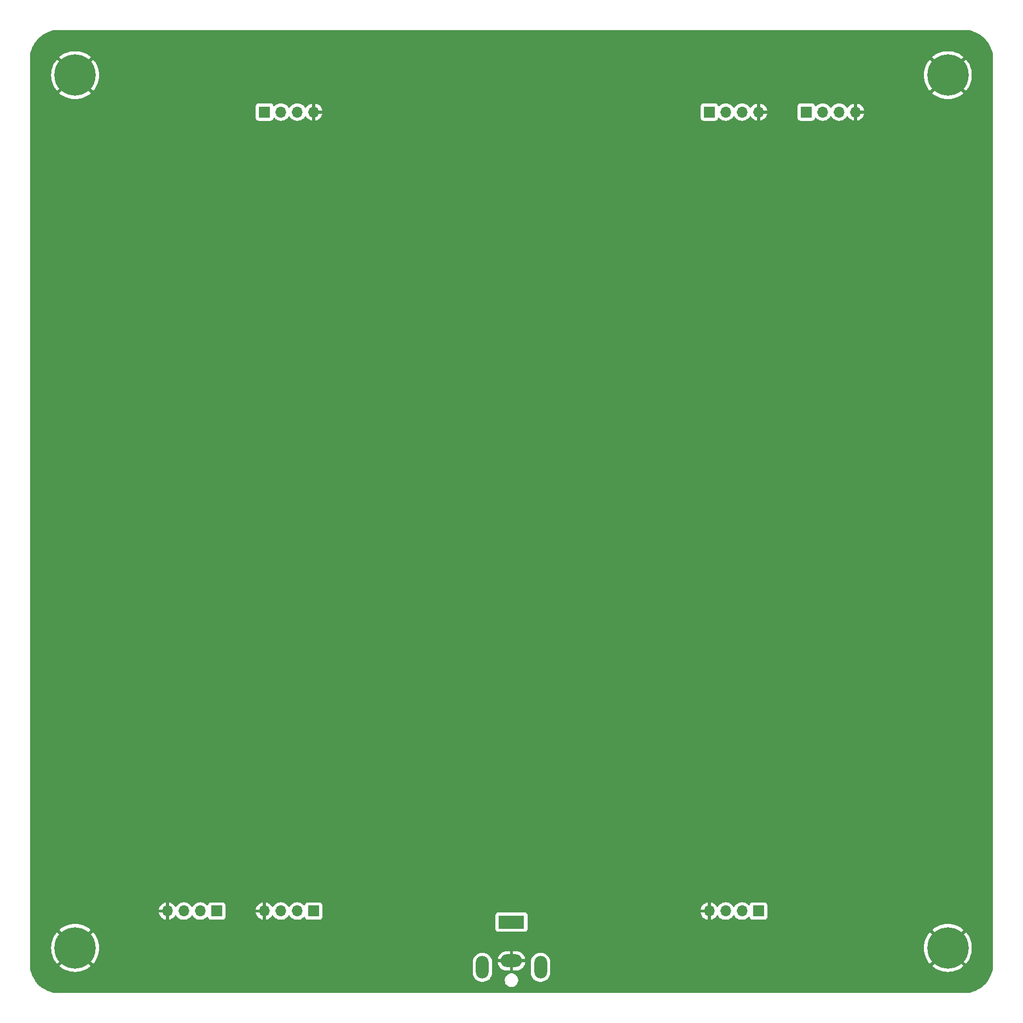
<source format=gbl>
%TF.GenerationSoftware,KiCad,Pcbnew,8.0.1*%
%TF.CreationDate,2024-03-21T17:04:44-07:00*%
%TF.ProjectId,fan-controller,66616e2d-636f-46e7-9472-6f6c6c65722e,rev?*%
%TF.SameCoordinates,Original*%
%TF.FileFunction,Copper,L2,Bot*%
%TF.FilePolarity,Positive*%
%FSLAX46Y46*%
G04 Gerber Fmt 4.6, Leading zero omitted, Abs format (unit mm)*
G04 Created by KiCad (PCBNEW 8.0.1) date 2024-03-21 17:04:44*
%MOMM*%
%LPD*%
G01*
G04 APERTURE LIST*
%TA.AperFunction,ComponentPad*%
%ADD10R,1.700000X1.700000*%
%TD*%
%TA.AperFunction,ComponentPad*%
%ADD11O,1.700000X1.700000*%
%TD*%
%TA.AperFunction,ComponentPad*%
%ADD12C,6.400000*%
%TD*%
%TA.AperFunction,ComponentPad*%
%ADD13O,2.000000X3.500000*%
%TD*%
%TA.AperFunction,ComponentPad*%
%ADD14O,3.300000X2.000000*%
%TD*%
%TA.AperFunction,ComponentPad*%
%ADD15R,4.000000X2.000000*%
%TD*%
G04 APERTURE END LIST*
D10*
%TO.P,J5,1,Pin_1*%
%TO.N,unconnected-(J5-Pin_1-Pad1)*%
X230600000Y-88200000D03*
D11*
%TO.P,J5,2,Pin_2*%
%TO.N,unconnected-(J5-Pin_2-Pad2)*%
X233140000Y-88200000D03*
%TO.P,J5,3,Pin_3*%
%TO.N,+12V*%
X235680000Y-88200000D03*
%TO.P,J5,4,Pin_4*%
%TO.N,GND*%
X238220000Y-88200000D03*
%TD*%
D10*
%TO.P,J6,1,Pin_1*%
%TO.N,unconnected-(J6-Pin_1-Pad1)*%
X161800000Y-88200000D03*
D11*
%TO.P,J6,2,Pin_2*%
%TO.N,unconnected-(J6-Pin_2-Pad2)*%
X164340000Y-88200000D03*
%TO.P,J6,3,Pin_3*%
%TO.N,+12V*%
X166880000Y-88200000D03*
%TO.P,J6,4,Pin_4*%
%TO.N,GND*%
X169420000Y-88200000D03*
%TD*%
D12*
%TO.P,H1,1,1*%
%TO.N,GND*%
X132500000Y-82500000D03*
%TD*%
D13*
%TO.P,J7,MP,MountPin*%
%TO.N,unconnected-(J7-MountPin-PadMP)_0*%
X204500000Y-220500000D03*
%TO.N,unconnected-(J7-MountPin-PadMP)*%
X195500000Y-220500000D03*
D14*
%TO.P,J7,2*%
%TO.N,GND*%
X200000000Y-219500000D03*
D15*
%TO.P,J7,1*%
%TO.N,+12V*%
X200000000Y-213500000D03*
%TD*%
D12*
%TO.P,H3,1,1*%
%TO.N,GND*%
X132500000Y-217500000D03*
%TD*%
D10*
%TO.P,J4,1,Pin_1*%
%TO.N,unconnected-(J4-Pin_1-Pad1)*%
X245600000Y-88200000D03*
D11*
%TO.P,J4,2,Pin_2*%
%TO.N,unconnected-(J4-Pin_2-Pad2)*%
X248140000Y-88200000D03*
%TO.P,J4,3,Pin_3*%
%TO.N,+12V*%
X250680000Y-88200000D03*
%TO.P,J4,4,Pin_4*%
%TO.N,GND*%
X253220000Y-88200000D03*
%TD*%
D12*
%TO.P,H2,1,1*%
%TO.N,GND*%
X267500000Y-82500000D03*
%TD*%
D10*
%TO.P,J1,1,Pin_1*%
%TO.N,unconnected-(J1-Pin_1-Pad1)*%
X154400000Y-211800000D03*
D11*
%TO.P,J1,2,Pin_2*%
%TO.N,unconnected-(J1-Pin_2-Pad2)*%
X151860000Y-211800000D03*
%TO.P,J1,3,Pin_3*%
%TO.N,+12V*%
X149320000Y-211800000D03*
%TO.P,J1,4,Pin_4*%
%TO.N,GND*%
X146780000Y-211800000D03*
%TD*%
D10*
%TO.P,J3,1,Pin_1*%
%TO.N,unconnected-(J3-Pin_1-Pad1)*%
X238200000Y-211800000D03*
D11*
%TO.P,J3,2,Pin_2*%
%TO.N,unconnected-(J3-Pin_2-Pad2)*%
X235660000Y-211800000D03*
%TO.P,J3,3,Pin_3*%
%TO.N,+12V*%
X233120000Y-211800000D03*
%TO.P,J3,4,Pin_4*%
%TO.N,GND*%
X230580000Y-211800000D03*
%TD*%
D12*
%TO.P,H4,1,1*%
%TO.N,GND*%
X267500000Y-217500000D03*
%TD*%
D10*
%TO.P,J2,1,Pin_1*%
%TO.N,unconnected-(J2-Pin_1-Pad1)*%
X169400000Y-211800000D03*
D11*
%TO.P,J2,2,Pin_2*%
%TO.N,unconnected-(J2-Pin_2-Pad2)*%
X166860000Y-211800000D03*
%TO.P,J2,3,Pin_3*%
%TO.N,+12V*%
X164320000Y-211800000D03*
%TO.P,J2,4,Pin_4*%
%TO.N,GND*%
X161780000Y-211800000D03*
%TD*%
%TA.AperFunction,Conductor*%
%TO.N,GND*%
G36*
X270002702Y-75500617D02*
G01*
X270386771Y-75517386D01*
X270397506Y-75518326D01*
X270775971Y-75568152D01*
X270786597Y-75570025D01*
X271159284Y-75652648D01*
X271169710Y-75655442D01*
X271533765Y-75770227D01*
X271543911Y-75773920D01*
X271896578Y-75920000D01*
X271906369Y-75924566D01*
X272244942Y-76100816D01*
X272254310Y-76106224D01*
X272576244Y-76311318D01*
X272585105Y-76317523D01*
X272887930Y-76549889D01*
X272896217Y-76556843D01*
X273177635Y-76814715D01*
X273185284Y-76822364D01*
X273443156Y-77103782D01*
X273450110Y-77112069D01*
X273682476Y-77414894D01*
X273688681Y-77423755D01*
X273893775Y-77745689D01*
X273899183Y-77755057D01*
X274075430Y-78093623D01*
X274080002Y-78103427D01*
X274226075Y-78456078D01*
X274229775Y-78466244D01*
X274344554Y-78830278D01*
X274347354Y-78840727D01*
X274429971Y-79213389D01*
X274431849Y-79224042D01*
X274481671Y-79602473D01*
X274482614Y-79613249D01*
X274499382Y-79997297D01*
X274499500Y-80002706D01*
X274499500Y-219997293D01*
X274499382Y-220002702D01*
X274482614Y-220386750D01*
X274481671Y-220397526D01*
X274431849Y-220775957D01*
X274429971Y-220786610D01*
X274347354Y-221159272D01*
X274344554Y-221169721D01*
X274229775Y-221533755D01*
X274226075Y-221543921D01*
X274080002Y-221896572D01*
X274075430Y-221906376D01*
X273899183Y-222244942D01*
X273893775Y-222254310D01*
X273688681Y-222576244D01*
X273682476Y-222585105D01*
X273450110Y-222887930D01*
X273443156Y-222896217D01*
X273185284Y-223177635D01*
X273177635Y-223185284D01*
X272896217Y-223443156D01*
X272887930Y-223450110D01*
X272585105Y-223682476D01*
X272576244Y-223688681D01*
X272254310Y-223893775D01*
X272244942Y-223899183D01*
X271906376Y-224075430D01*
X271896572Y-224080002D01*
X271543921Y-224226075D01*
X271533755Y-224229775D01*
X271169721Y-224344554D01*
X271159272Y-224347354D01*
X270786610Y-224429971D01*
X270775957Y-224431849D01*
X270397526Y-224481671D01*
X270386750Y-224482614D01*
X270002703Y-224499382D01*
X269997294Y-224499500D01*
X130002706Y-224499500D01*
X129997297Y-224499382D01*
X129613249Y-224482614D01*
X129602473Y-224481671D01*
X129224042Y-224431849D01*
X129213389Y-224429971D01*
X128840727Y-224347354D01*
X128830278Y-224344554D01*
X128466244Y-224229775D01*
X128456078Y-224226075D01*
X128103427Y-224080002D01*
X128093623Y-224075430D01*
X127755057Y-223899183D01*
X127745689Y-223893775D01*
X127423755Y-223688681D01*
X127414894Y-223682476D01*
X127112069Y-223450110D01*
X127103782Y-223443156D01*
X126822364Y-223185284D01*
X126814715Y-223177635D01*
X126556843Y-222896217D01*
X126549889Y-222887930D01*
X126317523Y-222585105D01*
X126311318Y-222576244D01*
X126283986Y-222533342D01*
X126106223Y-222254309D01*
X126100816Y-222244942D01*
X125924566Y-221906369D01*
X125919997Y-221896572D01*
X125892564Y-221830342D01*
X125773920Y-221543911D01*
X125770224Y-221533755D01*
X125717993Y-221368097D01*
X193999500Y-221368097D01*
X194036446Y-221601368D01*
X194109433Y-221825996D01*
X194198697Y-222001185D01*
X194216657Y-222036433D01*
X194355483Y-222227510D01*
X194522490Y-222394517D01*
X194713567Y-222533343D01*
X194797765Y-222576244D01*
X194924003Y-222640566D01*
X194924005Y-222640566D01*
X194924008Y-222640568D01*
X195044412Y-222679689D01*
X195148631Y-222713553D01*
X195381903Y-222750500D01*
X195381908Y-222750500D01*
X195618097Y-222750500D01*
X195851368Y-222713553D01*
X196075992Y-222640568D01*
X196148803Y-222603469D01*
X198949500Y-222603469D01*
X198989868Y-222806412D01*
X198989870Y-222806420D01*
X199069058Y-222997596D01*
X199184024Y-223169657D01*
X199330342Y-223315975D01*
X199330345Y-223315977D01*
X199502402Y-223430941D01*
X199693580Y-223510130D01*
X199896530Y-223550499D01*
X199896534Y-223550500D01*
X199896535Y-223550500D01*
X200103466Y-223550500D01*
X200103467Y-223550499D01*
X200306420Y-223510130D01*
X200497598Y-223430941D01*
X200669655Y-223315977D01*
X200815977Y-223169655D01*
X200930941Y-222997598D01*
X201010130Y-222806420D01*
X201050500Y-222603465D01*
X201050500Y-222396535D01*
X201010130Y-222193580D01*
X200930941Y-222002402D01*
X200815977Y-221830345D01*
X200815975Y-221830342D01*
X200669657Y-221684024D01*
X200500254Y-221570834D01*
X200497598Y-221569059D01*
X200424836Y-221538920D01*
X200306420Y-221489870D01*
X200306412Y-221489868D01*
X200103469Y-221449500D01*
X200103465Y-221449500D01*
X199896535Y-221449500D01*
X199896530Y-221449500D01*
X199693587Y-221489868D01*
X199693579Y-221489870D01*
X199502403Y-221569058D01*
X199330342Y-221684024D01*
X199184024Y-221830342D01*
X199069058Y-222002403D01*
X198989870Y-222193579D01*
X198989868Y-222193587D01*
X198949500Y-222396530D01*
X198949500Y-222603469D01*
X196148803Y-222603469D01*
X196286433Y-222533343D01*
X196477510Y-222394517D01*
X196644517Y-222227510D01*
X196783343Y-222036433D01*
X196890568Y-221825992D01*
X196963553Y-221601368D01*
X196974262Y-221533755D01*
X197000500Y-221368097D01*
X202999500Y-221368097D01*
X203036446Y-221601368D01*
X203109433Y-221825996D01*
X203198697Y-222001185D01*
X203216657Y-222036433D01*
X203355483Y-222227510D01*
X203522490Y-222394517D01*
X203713567Y-222533343D01*
X203797765Y-222576244D01*
X203924003Y-222640566D01*
X203924005Y-222640566D01*
X203924008Y-222640568D01*
X204044412Y-222679689D01*
X204148631Y-222713553D01*
X204381903Y-222750500D01*
X204381908Y-222750500D01*
X204618097Y-222750500D01*
X204851368Y-222713553D01*
X205075992Y-222640568D01*
X205286433Y-222533343D01*
X205477510Y-222394517D01*
X205644517Y-222227510D01*
X205783343Y-222036433D01*
X205890568Y-221825992D01*
X205963553Y-221601368D01*
X205974262Y-221533755D01*
X206000500Y-221368097D01*
X206000500Y-219631902D01*
X205963553Y-219398631D01*
X205915259Y-219250000D01*
X205890568Y-219174008D01*
X205890566Y-219174005D01*
X205890566Y-219174003D01*
X205832785Y-219060603D01*
X205783343Y-218963567D01*
X205644517Y-218772490D01*
X205477510Y-218605483D01*
X205286433Y-218466657D01*
X205075996Y-218359433D01*
X204851368Y-218286446D01*
X204618097Y-218249500D01*
X204618092Y-218249500D01*
X204381908Y-218249500D01*
X204381903Y-218249500D01*
X204148631Y-218286446D01*
X203924003Y-218359433D01*
X203713566Y-218466657D01*
X203636275Y-218522813D01*
X203522490Y-218605483D01*
X203522488Y-218605485D01*
X203522487Y-218605485D01*
X203355485Y-218772487D01*
X203355485Y-218772488D01*
X203355483Y-218772490D01*
X203295862Y-218854550D01*
X203216657Y-218963566D01*
X203109433Y-219174003D01*
X203036446Y-219398631D01*
X202999500Y-219631902D01*
X202999500Y-221368097D01*
X197000500Y-221368097D01*
X197000500Y-219750000D01*
X197870898Y-219750000D01*
X197886934Y-219851247D01*
X197959897Y-220075802D01*
X198067085Y-220286171D01*
X198205866Y-220477186D01*
X198372813Y-220644133D01*
X198563828Y-220782914D01*
X198774197Y-220890102D01*
X198998752Y-220963065D01*
X198998751Y-220963065D01*
X199231948Y-221000000D01*
X199750000Y-221000000D01*
X199750000Y-220000000D01*
X200250000Y-220000000D01*
X200250000Y-221000000D01*
X200768052Y-221000000D01*
X201001247Y-220963065D01*
X201225802Y-220890102D01*
X201436171Y-220782914D01*
X201627186Y-220644133D01*
X201794133Y-220477186D01*
X201932914Y-220286171D01*
X202040102Y-220075802D01*
X202113065Y-219851247D01*
X202129102Y-219750000D01*
X201083012Y-219750000D01*
X201115925Y-219692993D01*
X201150000Y-219565826D01*
X201150000Y-219434174D01*
X201115925Y-219307007D01*
X201083012Y-219250000D01*
X202129102Y-219250000D01*
X202113065Y-219148752D01*
X202040102Y-218924197D01*
X201932914Y-218713828D01*
X201794133Y-218522813D01*
X201627186Y-218355866D01*
X201436171Y-218217085D01*
X201225802Y-218109897D01*
X201001247Y-218036934D01*
X201001248Y-218036934D01*
X200768052Y-218000000D01*
X200250000Y-218000000D01*
X200250000Y-219000000D01*
X199750000Y-219000000D01*
X199750000Y-218000000D01*
X199231948Y-218000000D01*
X198998752Y-218036934D01*
X198774197Y-218109897D01*
X198563828Y-218217085D01*
X198372813Y-218355866D01*
X198205866Y-218522813D01*
X198067085Y-218713828D01*
X197959897Y-218924197D01*
X197886934Y-219148752D01*
X197870898Y-219250000D01*
X198916988Y-219250000D01*
X198884075Y-219307007D01*
X198850000Y-219434174D01*
X198850000Y-219565826D01*
X198884075Y-219692993D01*
X198916988Y-219750000D01*
X197870898Y-219750000D01*
X197000500Y-219750000D01*
X197000500Y-219631902D01*
X196963553Y-219398631D01*
X196915259Y-219250000D01*
X196890568Y-219174008D01*
X196890566Y-219174005D01*
X196890566Y-219174003D01*
X196832785Y-219060603D01*
X196783343Y-218963567D01*
X196644517Y-218772490D01*
X196477510Y-218605483D01*
X196286433Y-218466657D01*
X196075996Y-218359433D01*
X195851368Y-218286446D01*
X195618097Y-218249500D01*
X195618092Y-218249500D01*
X195381908Y-218249500D01*
X195381903Y-218249500D01*
X195148631Y-218286446D01*
X194924003Y-218359433D01*
X194713566Y-218466657D01*
X194636275Y-218522813D01*
X194522490Y-218605483D01*
X194522488Y-218605485D01*
X194522487Y-218605485D01*
X194355485Y-218772487D01*
X194355485Y-218772488D01*
X194355483Y-218772490D01*
X194295862Y-218854550D01*
X194216657Y-218963566D01*
X194109433Y-219174003D01*
X194036446Y-219398631D01*
X193999500Y-219631902D01*
X193999500Y-221368097D01*
X125717993Y-221368097D01*
X125655442Y-221169710D01*
X125652648Y-221159284D01*
X125570025Y-220786597D01*
X125568152Y-220775971D01*
X125518326Y-220397506D01*
X125517386Y-220386771D01*
X125500618Y-220002702D01*
X125500500Y-219997293D01*
X125500500Y-217500000D01*
X128794922Y-217500000D01*
X128815219Y-217887287D01*
X128875886Y-218270323D01*
X128875887Y-218270330D01*
X128976262Y-218644936D01*
X129115244Y-219006994D01*
X129291310Y-219352543D01*
X129502531Y-219677793D01*
X129711095Y-219935350D01*
X129711096Y-219935350D01*
X131205748Y-218440698D01*
X131279588Y-218542330D01*
X131457670Y-218720412D01*
X131559300Y-218794251D01*
X130064648Y-220288903D01*
X130064649Y-220288904D01*
X130322206Y-220497468D01*
X130647456Y-220708689D01*
X130993005Y-220884755D01*
X131355063Y-221023737D01*
X131729669Y-221124112D01*
X131729676Y-221124113D01*
X132112712Y-221184780D01*
X132499999Y-221205078D01*
X132500001Y-221205078D01*
X132887287Y-221184780D01*
X133270323Y-221124113D01*
X133270330Y-221124112D01*
X133644936Y-221023737D01*
X134006994Y-220884755D01*
X134352543Y-220708689D01*
X134677783Y-220497476D01*
X134677785Y-220497475D01*
X134935349Y-220288902D01*
X133440698Y-218794251D01*
X133542330Y-218720412D01*
X133720412Y-218542330D01*
X133794251Y-218440698D01*
X135288902Y-219935349D01*
X135497475Y-219677785D01*
X135497476Y-219677783D01*
X135708689Y-219352543D01*
X135884755Y-219006994D01*
X136023737Y-218644936D01*
X136124112Y-218270330D01*
X136124113Y-218270323D01*
X136184780Y-217887287D01*
X136205078Y-217500000D01*
X263794922Y-217500000D01*
X263815219Y-217887287D01*
X263875886Y-218270323D01*
X263875887Y-218270330D01*
X263976262Y-218644936D01*
X264115244Y-219006994D01*
X264291310Y-219352543D01*
X264502531Y-219677793D01*
X264711095Y-219935350D01*
X264711096Y-219935350D01*
X266205748Y-218440698D01*
X266279588Y-218542330D01*
X266457670Y-218720412D01*
X266559300Y-218794251D01*
X265064648Y-220288903D01*
X265064649Y-220288904D01*
X265322206Y-220497468D01*
X265647456Y-220708689D01*
X265993005Y-220884755D01*
X266355063Y-221023737D01*
X266729669Y-221124112D01*
X266729676Y-221124113D01*
X267112712Y-221184780D01*
X267499999Y-221205078D01*
X267500001Y-221205078D01*
X267887287Y-221184780D01*
X268270323Y-221124113D01*
X268270330Y-221124112D01*
X268644936Y-221023737D01*
X269006994Y-220884755D01*
X269352543Y-220708689D01*
X269677783Y-220497476D01*
X269677785Y-220497475D01*
X269935349Y-220288902D01*
X268440698Y-218794251D01*
X268542330Y-218720412D01*
X268720412Y-218542330D01*
X268794251Y-218440698D01*
X270288902Y-219935349D01*
X270497475Y-219677785D01*
X270497476Y-219677783D01*
X270708689Y-219352543D01*
X270884755Y-219006994D01*
X271023737Y-218644936D01*
X271124112Y-218270330D01*
X271124113Y-218270323D01*
X271184780Y-217887287D01*
X271205078Y-217500000D01*
X271205078Y-217499999D01*
X271184780Y-217112712D01*
X271124113Y-216729676D01*
X271124112Y-216729669D01*
X271023737Y-216355063D01*
X270884755Y-215993005D01*
X270708689Y-215647456D01*
X270497468Y-215322206D01*
X270288904Y-215064649D01*
X270288903Y-215064648D01*
X268794251Y-216559300D01*
X268720412Y-216457670D01*
X268542330Y-216279588D01*
X268440698Y-216205748D01*
X269935350Y-214711096D01*
X269935350Y-214711095D01*
X269677793Y-214502531D01*
X269352543Y-214291310D01*
X269006994Y-214115244D01*
X268644936Y-213976262D01*
X268270330Y-213875887D01*
X268270323Y-213875886D01*
X267887287Y-213815219D01*
X267500001Y-213794922D01*
X267499999Y-213794922D01*
X267112712Y-213815219D01*
X266729676Y-213875886D01*
X266729669Y-213875887D01*
X266355063Y-213976262D01*
X265993005Y-214115244D01*
X265647456Y-214291310D01*
X265322206Y-214502531D01*
X265064648Y-214711095D01*
X265064648Y-214711096D01*
X266559301Y-216205748D01*
X266457670Y-216279588D01*
X266279588Y-216457670D01*
X266205748Y-216559300D01*
X264711096Y-215064648D01*
X264711095Y-215064648D01*
X264502531Y-215322206D01*
X264291310Y-215647456D01*
X264115244Y-215993005D01*
X263976262Y-216355063D01*
X263875887Y-216729669D01*
X263875886Y-216729676D01*
X263815219Y-217112712D01*
X263794922Y-217499999D01*
X263794922Y-217500000D01*
X136205078Y-217500000D01*
X136205078Y-217499999D01*
X136184780Y-217112712D01*
X136124113Y-216729676D01*
X136124112Y-216729669D01*
X136023737Y-216355063D01*
X135884755Y-215993005D01*
X135708689Y-215647456D01*
X135497468Y-215322206D01*
X135288904Y-215064649D01*
X135288903Y-215064648D01*
X133794251Y-216559300D01*
X133720412Y-216457670D01*
X133542330Y-216279588D01*
X133440698Y-216205748D01*
X134935350Y-214711096D01*
X134935350Y-214711095D01*
X134733782Y-214547870D01*
X197499500Y-214547870D01*
X197499501Y-214547876D01*
X197505908Y-214607483D01*
X197556202Y-214742328D01*
X197556206Y-214742335D01*
X197642452Y-214857544D01*
X197642455Y-214857547D01*
X197757664Y-214943793D01*
X197757671Y-214943797D01*
X197892517Y-214994091D01*
X197892516Y-214994091D01*
X197899444Y-214994835D01*
X197952127Y-215000500D01*
X202047872Y-215000499D01*
X202107483Y-214994091D01*
X202242331Y-214943796D01*
X202357546Y-214857546D01*
X202443796Y-214742331D01*
X202494091Y-214607483D01*
X202500500Y-214547873D01*
X202500499Y-212452128D01*
X202494091Y-212392517D01*
X202459584Y-212300000D01*
X202443797Y-212257671D01*
X202443793Y-212257664D01*
X202357547Y-212142455D01*
X202357544Y-212142452D01*
X202242335Y-212056206D01*
X202242328Y-212056202D01*
X202225699Y-212050000D01*
X229249364Y-212050000D01*
X229306567Y-212263486D01*
X229306570Y-212263492D01*
X229406399Y-212477578D01*
X229541894Y-212671082D01*
X229708917Y-212838105D01*
X229902421Y-212973600D01*
X230116507Y-213073429D01*
X230116516Y-213073433D01*
X230330000Y-213130634D01*
X230330000Y-212233012D01*
X230387007Y-212265925D01*
X230514174Y-212300000D01*
X230645826Y-212300000D01*
X230772993Y-212265925D01*
X230830000Y-212233012D01*
X230830000Y-213130634D01*
X231043483Y-213073433D01*
X231043492Y-213073429D01*
X231257578Y-212973600D01*
X231451082Y-212838105D01*
X231618105Y-212671082D01*
X231748119Y-212485405D01*
X231802696Y-212441781D01*
X231872195Y-212434588D01*
X231934549Y-212466110D01*
X231951269Y-212485405D01*
X232081505Y-212671401D01*
X232248599Y-212838495D01*
X232345384Y-212906265D01*
X232442165Y-212974032D01*
X232442167Y-212974033D01*
X232442170Y-212974035D01*
X232656337Y-213073903D01*
X232884592Y-213135063D01*
X233061034Y-213150500D01*
X233119999Y-213155659D01*
X233120000Y-213155659D01*
X233120001Y-213155659D01*
X233178966Y-213150500D01*
X233355408Y-213135063D01*
X233583663Y-213073903D01*
X233797830Y-212974035D01*
X233991401Y-212838495D01*
X234158495Y-212671401D01*
X234288425Y-212485842D01*
X234343002Y-212442217D01*
X234412500Y-212435023D01*
X234474855Y-212466546D01*
X234491575Y-212485842D01*
X234621281Y-212671082D01*
X234621505Y-212671401D01*
X234788599Y-212838495D01*
X234885384Y-212906265D01*
X234982165Y-212974032D01*
X234982167Y-212974033D01*
X234982170Y-212974035D01*
X235196337Y-213073903D01*
X235424592Y-213135063D01*
X235601034Y-213150500D01*
X235659999Y-213155659D01*
X235660000Y-213155659D01*
X235660001Y-213155659D01*
X235718966Y-213150500D01*
X235895408Y-213135063D01*
X236123663Y-213073903D01*
X236337830Y-212974035D01*
X236531401Y-212838495D01*
X236653329Y-212716566D01*
X236714648Y-212683084D01*
X236784340Y-212688068D01*
X236840274Y-212729939D01*
X236857189Y-212760917D01*
X236906202Y-212892328D01*
X236906206Y-212892335D01*
X236992452Y-213007544D01*
X236992455Y-213007547D01*
X237107664Y-213093793D01*
X237107671Y-213093797D01*
X237242517Y-213144091D01*
X237242516Y-213144091D01*
X237249444Y-213144835D01*
X237302127Y-213150500D01*
X239097872Y-213150499D01*
X239157483Y-213144091D01*
X239292331Y-213093796D01*
X239407546Y-213007546D01*
X239493796Y-212892331D01*
X239544091Y-212757483D01*
X239550500Y-212697873D01*
X239550499Y-210902128D01*
X239544091Y-210842517D01*
X239542810Y-210839083D01*
X239493797Y-210707671D01*
X239493793Y-210707664D01*
X239407547Y-210592455D01*
X239407544Y-210592452D01*
X239292335Y-210506206D01*
X239292328Y-210506202D01*
X239157482Y-210455908D01*
X239157483Y-210455908D01*
X239097883Y-210449501D01*
X239097881Y-210449500D01*
X239097873Y-210449500D01*
X239097864Y-210449500D01*
X237302129Y-210449500D01*
X237302123Y-210449501D01*
X237242516Y-210455908D01*
X237107671Y-210506202D01*
X237107664Y-210506206D01*
X236992455Y-210592452D01*
X236992452Y-210592455D01*
X236906206Y-210707664D01*
X236906203Y-210707669D01*
X236857189Y-210839083D01*
X236815317Y-210895016D01*
X236749853Y-210919433D01*
X236681580Y-210904581D01*
X236653326Y-210883430D01*
X236531402Y-210761506D01*
X236531395Y-210761501D01*
X236337834Y-210625967D01*
X236337830Y-210625965D01*
X236337828Y-210625964D01*
X236123663Y-210526097D01*
X236123659Y-210526096D01*
X236123655Y-210526094D01*
X235895413Y-210464938D01*
X235895403Y-210464936D01*
X235660001Y-210444341D01*
X235659999Y-210444341D01*
X235424596Y-210464936D01*
X235424586Y-210464938D01*
X235196344Y-210526094D01*
X235196335Y-210526098D01*
X234982171Y-210625964D01*
X234982169Y-210625965D01*
X234788597Y-210761505D01*
X234621505Y-210928597D01*
X234491575Y-211114158D01*
X234436998Y-211157783D01*
X234367500Y-211164977D01*
X234305145Y-211133454D01*
X234288425Y-211114158D01*
X234158494Y-210928597D01*
X233991402Y-210761506D01*
X233991395Y-210761501D01*
X233797834Y-210625967D01*
X233797830Y-210625965D01*
X233797828Y-210625964D01*
X233583663Y-210526097D01*
X233583659Y-210526096D01*
X233583655Y-210526094D01*
X233355413Y-210464938D01*
X233355403Y-210464936D01*
X233120001Y-210444341D01*
X233119999Y-210444341D01*
X232884596Y-210464936D01*
X232884586Y-210464938D01*
X232656344Y-210526094D01*
X232656335Y-210526098D01*
X232442171Y-210625964D01*
X232442169Y-210625965D01*
X232248597Y-210761505D01*
X232081508Y-210928594D01*
X231951269Y-211114595D01*
X231896692Y-211158219D01*
X231827193Y-211165412D01*
X231764839Y-211133890D01*
X231748119Y-211114594D01*
X231618113Y-210928926D01*
X231618108Y-210928920D01*
X231451082Y-210761894D01*
X231257578Y-210626399D01*
X231043492Y-210526570D01*
X231043486Y-210526567D01*
X230830000Y-210469364D01*
X230830000Y-211366988D01*
X230772993Y-211334075D01*
X230645826Y-211300000D01*
X230514174Y-211300000D01*
X230387007Y-211334075D01*
X230330000Y-211366988D01*
X230330000Y-210469364D01*
X230329999Y-210469364D01*
X230116513Y-210526567D01*
X230116507Y-210526570D01*
X229902422Y-210626399D01*
X229902420Y-210626400D01*
X229708926Y-210761886D01*
X229708920Y-210761891D01*
X229541891Y-210928920D01*
X229541886Y-210928926D01*
X229406400Y-211122420D01*
X229406399Y-211122422D01*
X229306570Y-211336507D01*
X229306567Y-211336513D01*
X229249364Y-211549999D01*
X229249364Y-211550000D01*
X230146988Y-211550000D01*
X230114075Y-211607007D01*
X230080000Y-211734174D01*
X230080000Y-211865826D01*
X230114075Y-211992993D01*
X230146988Y-212050000D01*
X229249364Y-212050000D01*
X202225699Y-212050000D01*
X202107482Y-212005908D01*
X202107483Y-212005908D01*
X202047883Y-211999501D01*
X202047881Y-211999500D01*
X202047873Y-211999500D01*
X202047864Y-211999500D01*
X197952129Y-211999500D01*
X197952123Y-211999501D01*
X197892516Y-212005908D01*
X197757671Y-212056202D01*
X197757664Y-212056206D01*
X197642455Y-212142452D01*
X197642452Y-212142455D01*
X197556206Y-212257664D01*
X197556202Y-212257671D01*
X197505908Y-212392517D01*
X197501339Y-212435023D01*
X197499501Y-212452123D01*
X197499500Y-212452135D01*
X197499500Y-214547870D01*
X134733782Y-214547870D01*
X134677793Y-214502531D01*
X134352543Y-214291310D01*
X134006994Y-214115244D01*
X133644936Y-213976262D01*
X133270330Y-213875887D01*
X133270323Y-213875886D01*
X132887287Y-213815219D01*
X132500001Y-213794922D01*
X132499999Y-213794922D01*
X132112712Y-213815219D01*
X131729676Y-213875886D01*
X131729669Y-213875887D01*
X131355063Y-213976262D01*
X130993005Y-214115244D01*
X130647456Y-214291310D01*
X130322206Y-214502531D01*
X130064648Y-214711095D01*
X130064648Y-214711096D01*
X131559301Y-216205748D01*
X131457670Y-216279588D01*
X131279588Y-216457670D01*
X131205748Y-216559300D01*
X129711096Y-215064648D01*
X129711095Y-215064648D01*
X129502531Y-215322206D01*
X129291310Y-215647456D01*
X129115244Y-215993005D01*
X128976262Y-216355063D01*
X128875887Y-216729669D01*
X128875886Y-216729676D01*
X128815219Y-217112712D01*
X128794922Y-217499999D01*
X128794922Y-217500000D01*
X125500500Y-217500000D01*
X125500500Y-212050000D01*
X145449364Y-212050000D01*
X145506567Y-212263486D01*
X145506570Y-212263492D01*
X145606399Y-212477578D01*
X145741894Y-212671082D01*
X145908917Y-212838105D01*
X146102421Y-212973600D01*
X146316507Y-213073429D01*
X146316516Y-213073433D01*
X146530000Y-213130634D01*
X146530000Y-212233012D01*
X146587007Y-212265925D01*
X146714174Y-212300000D01*
X146845826Y-212300000D01*
X146972993Y-212265925D01*
X147030000Y-212233012D01*
X147030000Y-213130633D01*
X147243483Y-213073433D01*
X147243492Y-213073429D01*
X147457578Y-212973600D01*
X147651082Y-212838105D01*
X147818105Y-212671082D01*
X147948119Y-212485405D01*
X148002696Y-212441781D01*
X148072195Y-212434588D01*
X148134549Y-212466110D01*
X148151269Y-212485405D01*
X148281505Y-212671401D01*
X148448599Y-212838495D01*
X148545384Y-212906265D01*
X148642165Y-212974032D01*
X148642167Y-212974033D01*
X148642170Y-212974035D01*
X148856337Y-213073903D01*
X149084592Y-213135063D01*
X149261034Y-213150500D01*
X149319999Y-213155659D01*
X149320000Y-213155659D01*
X149320001Y-213155659D01*
X149378966Y-213150500D01*
X149555408Y-213135063D01*
X149783663Y-213073903D01*
X149997830Y-212974035D01*
X150191401Y-212838495D01*
X150358495Y-212671401D01*
X150488425Y-212485842D01*
X150543002Y-212442217D01*
X150612500Y-212435023D01*
X150674855Y-212466546D01*
X150691575Y-212485842D01*
X150821281Y-212671082D01*
X150821505Y-212671401D01*
X150988599Y-212838495D01*
X151085384Y-212906265D01*
X151182165Y-212974032D01*
X151182167Y-212974033D01*
X151182170Y-212974035D01*
X151396337Y-213073903D01*
X151624592Y-213135063D01*
X151801034Y-213150500D01*
X151859999Y-213155659D01*
X151860000Y-213155659D01*
X151860001Y-213155659D01*
X151918966Y-213150500D01*
X152095408Y-213135063D01*
X152323663Y-213073903D01*
X152537830Y-212974035D01*
X152731401Y-212838495D01*
X152853329Y-212716566D01*
X152914648Y-212683084D01*
X152984340Y-212688068D01*
X153040274Y-212729939D01*
X153057189Y-212760917D01*
X153106202Y-212892328D01*
X153106206Y-212892335D01*
X153192452Y-213007544D01*
X153192455Y-213007547D01*
X153307664Y-213093793D01*
X153307671Y-213093797D01*
X153442517Y-213144091D01*
X153442516Y-213144091D01*
X153449444Y-213144835D01*
X153502127Y-213150500D01*
X155297872Y-213150499D01*
X155357483Y-213144091D01*
X155492331Y-213093796D01*
X155607546Y-213007546D01*
X155693796Y-212892331D01*
X155744091Y-212757483D01*
X155750500Y-212697873D01*
X155750500Y-212050000D01*
X160449364Y-212050000D01*
X160506567Y-212263486D01*
X160506570Y-212263492D01*
X160606399Y-212477578D01*
X160741894Y-212671082D01*
X160908917Y-212838105D01*
X161102421Y-212973600D01*
X161316507Y-213073429D01*
X161316516Y-213073433D01*
X161530000Y-213130634D01*
X161530000Y-212233012D01*
X161587007Y-212265925D01*
X161714174Y-212300000D01*
X161845826Y-212300000D01*
X161972993Y-212265925D01*
X162030000Y-212233012D01*
X162030000Y-213130633D01*
X162243483Y-213073433D01*
X162243492Y-213073429D01*
X162457578Y-212973600D01*
X162651082Y-212838105D01*
X162818105Y-212671082D01*
X162948119Y-212485405D01*
X163002696Y-212441781D01*
X163072195Y-212434588D01*
X163134549Y-212466110D01*
X163151269Y-212485405D01*
X163281505Y-212671401D01*
X163448599Y-212838495D01*
X163545384Y-212906265D01*
X163642165Y-212974032D01*
X163642167Y-212974033D01*
X163642170Y-212974035D01*
X163856337Y-213073903D01*
X164084592Y-213135063D01*
X164261034Y-213150500D01*
X164319999Y-213155659D01*
X164320000Y-213155659D01*
X164320001Y-213155659D01*
X164378966Y-213150500D01*
X164555408Y-213135063D01*
X164783663Y-213073903D01*
X164997830Y-212974035D01*
X165191401Y-212838495D01*
X165358495Y-212671401D01*
X165488425Y-212485842D01*
X165543002Y-212442217D01*
X165612500Y-212435023D01*
X165674855Y-212466546D01*
X165691575Y-212485842D01*
X165821281Y-212671082D01*
X165821505Y-212671401D01*
X165988599Y-212838495D01*
X166085384Y-212906265D01*
X166182165Y-212974032D01*
X166182167Y-212974033D01*
X166182170Y-212974035D01*
X166396337Y-213073903D01*
X166624592Y-213135063D01*
X166801034Y-213150500D01*
X166859999Y-213155659D01*
X166860000Y-213155659D01*
X166860001Y-213155659D01*
X166918966Y-213150500D01*
X167095408Y-213135063D01*
X167323663Y-213073903D01*
X167537830Y-212974035D01*
X167731401Y-212838495D01*
X167853329Y-212716566D01*
X167914648Y-212683084D01*
X167984340Y-212688068D01*
X168040274Y-212729939D01*
X168057189Y-212760917D01*
X168106202Y-212892328D01*
X168106206Y-212892335D01*
X168192452Y-213007544D01*
X168192455Y-213007547D01*
X168307664Y-213093793D01*
X168307671Y-213093797D01*
X168442517Y-213144091D01*
X168442516Y-213144091D01*
X168449444Y-213144835D01*
X168502127Y-213150500D01*
X170297872Y-213150499D01*
X170357483Y-213144091D01*
X170492331Y-213093796D01*
X170607546Y-213007546D01*
X170693796Y-212892331D01*
X170744091Y-212757483D01*
X170750500Y-212697873D01*
X170750499Y-210902128D01*
X170744091Y-210842517D01*
X170742810Y-210839083D01*
X170693797Y-210707671D01*
X170693793Y-210707664D01*
X170607547Y-210592455D01*
X170607544Y-210592452D01*
X170492335Y-210506206D01*
X170492328Y-210506202D01*
X170357482Y-210455908D01*
X170357483Y-210455908D01*
X170297883Y-210449501D01*
X170297881Y-210449500D01*
X170297873Y-210449500D01*
X170297864Y-210449500D01*
X168502129Y-210449500D01*
X168502123Y-210449501D01*
X168442516Y-210455908D01*
X168307671Y-210506202D01*
X168307664Y-210506206D01*
X168192455Y-210592452D01*
X168192452Y-210592455D01*
X168106206Y-210707664D01*
X168106203Y-210707669D01*
X168057189Y-210839083D01*
X168015317Y-210895016D01*
X167949853Y-210919433D01*
X167881580Y-210904581D01*
X167853326Y-210883430D01*
X167731402Y-210761506D01*
X167731395Y-210761501D01*
X167537834Y-210625967D01*
X167537830Y-210625965D01*
X167537828Y-210625964D01*
X167323663Y-210526097D01*
X167323659Y-210526096D01*
X167323655Y-210526094D01*
X167095413Y-210464938D01*
X167095403Y-210464936D01*
X166860001Y-210444341D01*
X166859999Y-210444341D01*
X166624596Y-210464936D01*
X166624586Y-210464938D01*
X166396344Y-210526094D01*
X166396335Y-210526098D01*
X166182171Y-210625964D01*
X166182169Y-210625965D01*
X165988597Y-210761505D01*
X165821505Y-210928597D01*
X165691575Y-211114158D01*
X165636998Y-211157783D01*
X165567500Y-211164977D01*
X165505145Y-211133454D01*
X165488425Y-211114158D01*
X165358494Y-210928597D01*
X165191402Y-210761506D01*
X165191395Y-210761501D01*
X164997834Y-210625967D01*
X164997830Y-210625965D01*
X164997828Y-210625964D01*
X164783663Y-210526097D01*
X164783659Y-210526096D01*
X164783655Y-210526094D01*
X164555413Y-210464938D01*
X164555403Y-210464936D01*
X164320001Y-210444341D01*
X164319999Y-210444341D01*
X164084596Y-210464936D01*
X164084586Y-210464938D01*
X163856344Y-210526094D01*
X163856335Y-210526098D01*
X163642171Y-210625964D01*
X163642169Y-210625965D01*
X163448597Y-210761505D01*
X163281508Y-210928594D01*
X163151269Y-211114595D01*
X163096692Y-211158219D01*
X163027193Y-211165412D01*
X162964839Y-211133890D01*
X162948119Y-211114594D01*
X162818113Y-210928926D01*
X162818108Y-210928920D01*
X162651082Y-210761894D01*
X162457578Y-210626399D01*
X162243492Y-210526570D01*
X162243486Y-210526567D01*
X162030000Y-210469364D01*
X162030000Y-211366988D01*
X161972993Y-211334075D01*
X161845826Y-211300000D01*
X161714174Y-211300000D01*
X161587007Y-211334075D01*
X161530000Y-211366988D01*
X161530000Y-210469364D01*
X161529999Y-210469364D01*
X161316513Y-210526567D01*
X161316507Y-210526570D01*
X161102422Y-210626399D01*
X161102420Y-210626400D01*
X160908926Y-210761886D01*
X160908920Y-210761891D01*
X160741891Y-210928920D01*
X160741886Y-210928926D01*
X160606400Y-211122420D01*
X160606399Y-211122422D01*
X160506570Y-211336507D01*
X160506567Y-211336513D01*
X160449364Y-211549999D01*
X160449364Y-211550000D01*
X161346988Y-211550000D01*
X161314075Y-211607007D01*
X161280000Y-211734174D01*
X161280000Y-211865826D01*
X161314075Y-211992993D01*
X161346988Y-212050000D01*
X160449364Y-212050000D01*
X155750500Y-212050000D01*
X155750499Y-210902128D01*
X155744091Y-210842517D01*
X155742810Y-210839083D01*
X155693797Y-210707671D01*
X155693793Y-210707664D01*
X155607547Y-210592455D01*
X155607544Y-210592452D01*
X155492335Y-210506206D01*
X155492328Y-210506202D01*
X155357482Y-210455908D01*
X155357483Y-210455908D01*
X155297883Y-210449501D01*
X155297881Y-210449500D01*
X155297873Y-210449500D01*
X155297864Y-210449500D01*
X153502129Y-210449500D01*
X153502123Y-210449501D01*
X153442516Y-210455908D01*
X153307671Y-210506202D01*
X153307664Y-210506206D01*
X153192455Y-210592452D01*
X153192452Y-210592455D01*
X153106206Y-210707664D01*
X153106203Y-210707669D01*
X153057189Y-210839083D01*
X153015317Y-210895016D01*
X152949853Y-210919433D01*
X152881580Y-210904581D01*
X152853326Y-210883430D01*
X152731402Y-210761506D01*
X152731395Y-210761501D01*
X152537834Y-210625967D01*
X152537830Y-210625965D01*
X152537828Y-210625964D01*
X152323663Y-210526097D01*
X152323659Y-210526096D01*
X152323655Y-210526094D01*
X152095413Y-210464938D01*
X152095403Y-210464936D01*
X151860001Y-210444341D01*
X151859999Y-210444341D01*
X151624596Y-210464936D01*
X151624586Y-210464938D01*
X151396344Y-210526094D01*
X151396335Y-210526098D01*
X151182171Y-210625964D01*
X151182169Y-210625965D01*
X150988597Y-210761505D01*
X150821505Y-210928597D01*
X150691575Y-211114158D01*
X150636998Y-211157783D01*
X150567500Y-211164977D01*
X150505145Y-211133454D01*
X150488425Y-211114158D01*
X150358494Y-210928597D01*
X150191402Y-210761506D01*
X150191395Y-210761501D01*
X149997834Y-210625967D01*
X149997830Y-210625965D01*
X149997828Y-210625964D01*
X149783663Y-210526097D01*
X149783659Y-210526096D01*
X149783655Y-210526094D01*
X149555413Y-210464938D01*
X149555403Y-210464936D01*
X149320001Y-210444341D01*
X149319999Y-210444341D01*
X149084596Y-210464936D01*
X149084586Y-210464938D01*
X148856344Y-210526094D01*
X148856335Y-210526098D01*
X148642171Y-210625964D01*
X148642169Y-210625965D01*
X148448597Y-210761505D01*
X148281508Y-210928594D01*
X148151269Y-211114595D01*
X148096692Y-211158219D01*
X148027193Y-211165412D01*
X147964839Y-211133890D01*
X147948119Y-211114594D01*
X147818113Y-210928926D01*
X147818108Y-210928920D01*
X147651082Y-210761894D01*
X147457578Y-210626399D01*
X147243492Y-210526570D01*
X147243486Y-210526567D01*
X147030000Y-210469364D01*
X147030000Y-211366988D01*
X146972993Y-211334075D01*
X146845826Y-211300000D01*
X146714174Y-211300000D01*
X146587007Y-211334075D01*
X146530000Y-211366988D01*
X146530000Y-210469364D01*
X146529999Y-210469364D01*
X146316513Y-210526567D01*
X146316507Y-210526570D01*
X146102422Y-210626399D01*
X146102420Y-210626400D01*
X145908926Y-210761886D01*
X145908920Y-210761891D01*
X145741891Y-210928920D01*
X145741886Y-210928926D01*
X145606400Y-211122420D01*
X145606399Y-211122422D01*
X145506570Y-211336507D01*
X145506567Y-211336513D01*
X145449364Y-211549999D01*
X145449364Y-211550000D01*
X146346988Y-211550000D01*
X146314075Y-211607007D01*
X146280000Y-211734174D01*
X146280000Y-211865826D01*
X146314075Y-211992993D01*
X146346988Y-212050000D01*
X145449364Y-212050000D01*
X125500500Y-212050000D01*
X125500500Y-89097870D01*
X160449500Y-89097870D01*
X160449501Y-89097876D01*
X160455908Y-89157483D01*
X160506202Y-89292328D01*
X160506206Y-89292335D01*
X160592452Y-89407544D01*
X160592455Y-89407547D01*
X160707664Y-89493793D01*
X160707671Y-89493797D01*
X160842517Y-89544091D01*
X160842516Y-89544091D01*
X160849444Y-89544835D01*
X160902127Y-89550500D01*
X162697872Y-89550499D01*
X162757483Y-89544091D01*
X162892331Y-89493796D01*
X163007546Y-89407546D01*
X163093796Y-89292331D01*
X163142810Y-89160916D01*
X163184681Y-89104984D01*
X163250145Y-89080566D01*
X163318418Y-89095417D01*
X163346673Y-89116569D01*
X163468599Y-89238495D01*
X163565384Y-89306265D01*
X163662165Y-89374032D01*
X163662167Y-89374033D01*
X163662170Y-89374035D01*
X163876337Y-89473903D01*
X164104592Y-89535063D01*
X164281034Y-89550500D01*
X164339999Y-89555659D01*
X164340000Y-89555659D01*
X164340001Y-89555659D01*
X164398966Y-89550500D01*
X164575408Y-89535063D01*
X164803663Y-89473903D01*
X165017830Y-89374035D01*
X165211401Y-89238495D01*
X165378495Y-89071401D01*
X165508425Y-88885842D01*
X165563002Y-88842217D01*
X165632500Y-88835023D01*
X165694855Y-88866546D01*
X165711575Y-88885842D01*
X165841281Y-89071082D01*
X165841505Y-89071401D01*
X166008599Y-89238495D01*
X166105384Y-89306265D01*
X166202165Y-89374032D01*
X166202167Y-89374033D01*
X166202170Y-89374035D01*
X166416337Y-89473903D01*
X166644592Y-89535063D01*
X166821034Y-89550500D01*
X166879999Y-89555659D01*
X166880000Y-89555659D01*
X166880001Y-89555659D01*
X166938966Y-89550500D01*
X167115408Y-89535063D01*
X167343663Y-89473903D01*
X167557830Y-89374035D01*
X167751401Y-89238495D01*
X167918495Y-89071401D01*
X168048730Y-88885405D01*
X168103307Y-88841781D01*
X168172805Y-88834587D01*
X168235160Y-88866110D01*
X168251879Y-88885405D01*
X168381890Y-89071078D01*
X168548917Y-89238105D01*
X168742421Y-89373600D01*
X168956507Y-89473429D01*
X168956516Y-89473433D01*
X169170000Y-89530634D01*
X169170000Y-88633012D01*
X169227007Y-88665925D01*
X169354174Y-88700000D01*
X169485826Y-88700000D01*
X169612993Y-88665925D01*
X169670000Y-88633012D01*
X169670000Y-89530633D01*
X169883483Y-89473433D01*
X169883492Y-89473429D01*
X170097578Y-89373600D01*
X170291082Y-89238105D01*
X170431317Y-89097870D01*
X229249500Y-89097870D01*
X229249501Y-89097876D01*
X229255908Y-89157483D01*
X229306202Y-89292328D01*
X229306206Y-89292335D01*
X229392452Y-89407544D01*
X229392455Y-89407547D01*
X229507664Y-89493793D01*
X229507671Y-89493797D01*
X229642517Y-89544091D01*
X229642516Y-89544091D01*
X229649444Y-89544835D01*
X229702127Y-89550500D01*
X231497872Y-89550499D01*
X231557483Y-89544091D01*
X231692331Y-89493796D01*
X231807546Y-89407546D01*
X231893796Y-89292331D01*
X231942810Y-89160916D01*
X231984681Y-89104984D01*
X232050145Y-89080566D01*
X232118418Y-89095417D01*
X232146673Y-89116569D01*
X232268599Y-89238495D01*
X232365384Y-89306265D01*
X232462165Y-89374032D01*
X232462167Y-89374033D01*
X232462170Y-89374035D01*
X232676337Y-89473903D01*
X232904592Y-89535063D01*
X233081034Y-89550500D01*
X233139999Y-89555659D01*
X233140000Y-89555659D01*
X233140001Y-89555659D01*
X233198966Y-89550500D01*
X233375408Y-89535063D01*
X233603663Y-89473903D01*
X233817830Y-89374035D01*
X234011401Y-89238495D01*
X234178495Y-89071401D01*
X234308425Y-88885842D01*
X234363002Y-88842217D01*
X234432500Y-88835023D01*
X234494855Y-88866546D01*
X234511575Y-88885842D01*
X234641281Y-89071082D01*
X234641505Y-89071401D01*
X234808599Y-89238495D01*
X234905384Y-89306265D01*
X235002165Y-89374032D01*
X235002167Y-89374033D01*
X235002170Y-89374035D01*
X235216337Y-89473903D01*
X235444592Y-89535063D01*
X235621034Y-89550500D01*
X235679999Y-89555659D01*
X235680000Y-89555659D01*
X235680001Y-89555659D01*
X235738966Y-89550500D01*
X235915408Y-89535063D01*
X236143663Y-89473903D01*
X236357830Y-89374035D01*
X236551401Y-89238495D01*
X236718495Y-89071401D01*
X236848730Y-88885405D01*
X236903307Y-88841781D01*
X236972805Y-88834587D01*
X237035160Y-88866110D01*
X237051879Y-88885405D01*
X237181890Y-89071078D01*
X237348917Y-89238105D01*
X237542421Y-89373600D01*
X237756507Y-89473429D01*
X237756516Y-89473433D01*
X237970000Y-89530634D01*
X237970000Y-88633012D01*
X238027007Y-88665925D01*
X238154174Y-88700000D01*
X238285826Y-88700000D01*
X238412993Y-88665925D01*
X238470000Y-88633012D01*
X238470000Y-89530633D01*
X238683483Y-89473433D01*
X238683492Y-89473429D01*
X238897578Y-89373600D01*
X239091082Y-89238105D01*
X239231317Y-89097870D01*
X244249500Y-89097870D01*
X244249501Y-89097876D01*
X244255908Y-89157483D01*
X244306202Y-89292328D01*
X244306206Y-89292335D01*
X244392452Y-89407544D01*
X244392455Y-89407547D01*
X244507664Y-89493793D01*
X244507671Y-89493797D01*
X244642517Y-89544091D01*
X244642516Y-89544091D01*
X244649444Y-89544835D01*
X244702127Y-89550500D01*
X246497872Y-89550499D01*
X246557483Y-89544091D01*
X246692331Y-89493796D01*
X246807546Y-89407546D01*
X246893796Y-89292331D01*
X246942810Y-89160916D01*
X246984681Y-89104984D01*
X247050145Y-89080566D01*
X247118418Y-89095417D01*
X247146673Y-89116569D01*
X247268599Y-89238495D01*
X247365384Y-89306265D01*
X247462165Y-89374032D01*
X247462167Y-89374033D01*
X247462170Y-89374035D01*
X247676337Y-89473903D01*
X247904592Y-89535063D01*
X248081034Y-89550500D01*
X248139999Y-89555659D01*
X248140000Y-89555659D01*
X248140001Y-89555659D01*
X248198966Y-89550500D01*
X248375408Y-89535063D01*
X248603663Y-89473903D01*
X248817830Y-89374035D01*
X249011401Y-89238495D01*
X249178495Y-89071401D01*
X249308425Y-88885842D01*
X249363002Y-88842217D01*
X249432500Y-88835023D01*
X249494855Y-88866546D01*
X249511575Y-88885842D01*
X249641281Y-89071082D01*
X249641505Y-89071401D01*
X249808599Y-89238495D01*
X249905384Y-89306265D01*
X250002165Y-89374032D01*
X250002167Y-89374033D01*
X250002170Y-89374035D01*
X250216337Y-89473903D01*
X250444592Y-89535063D01*
X250621034Y-89550500D01*
X250679999Y-89555659D01*
X250680000Y-89555659D01*
X250680001Y-89555659D01*
X250738966Y-89550500D01*
X250915408Y-89535063D01*
X251143663Y-89473903D01*
X251357830Y-89374035D01*
X251551401Y-89238495D01*
X251718495Y-89071401D01*
X251848730Y-88885405D01*
X251903307Y-88841781D01*
X251972805Y-88834587D01*
X252035160Y-88866110D01*
X252051879Y-88885405D01*
X252181890Y-89071078D01*
X252348917Y-89238105D01*
X252542421Y-89373600D01*
X252756507Y-89473429D01*
X252756516Y-89473433D01*
X252970000Y-89530634D01*
X252970000Y-88633012D01*
X253027007Y-88665925D01*
X253154174Y-88700000D01*
X253285826Y-88700000D01*
X253412993Y-88665925D01*
X253470000Y-88633012D01*
X253470000Y-89530633D01*
X253683483Y-89473433D01*
X253683492Y-89473429D01*
X253897578Y-89373600D01*
X254091082Y-89238105D01*
X254258105Y-89071082D01*
X254393600Y-88877578D01*
X254493429Y-88663492D01*
X254493432Y-88663486D01*
X254550636Y-88450000D01*
X253653012Y-88450000D01*
X253685925Y-88392993D01*
X253720000Y-88265826D01*
X253720000Y-88134174D01*
X253685925Y-88007007D01*
X253653012Y-87950000D01*
X254550636Y-87950000D01*
X254550635Y-87949999D01*
X254493432Y-87736513D01*
X254493429Y-87736507D01*
X254393600Y-87522422D01*
X254393599Y-87522420D01*
X254258113Y-87328926D01*
X254258108Y-87328920D01*
X254091082Y-87161894D01*
X253897578Y-87026399D01*
X253683492Y-86926570D01*
X253683486Y-86926567D01*
X253470000Y-86869364D01*
X253470000Y-87766988D01*
X253412993Y-87734075D01*
X253285826Y-87700000D01*
X253154174Y-87700000D01*
X253027007Y-87734075D01*
X252970000Y-87766988D01*
X252970000Y-86869364D01*
X252969999Y-86869364D01*
X252756513Y-86926567D01*
X252756507Y-86926570D01*
X252542422Y-87026399D01*
X252542420Y-87026400D01*
X252348926Y-87161886D01*
X252348920Y-87161891D01*
X252181891Y-87328920D01*
X252181890Y-87328922D01*
X252051880Y-87514595D01*
X251997303Y-87558219D01*
X251927804Y-87565412D01*
X251865450Y-87533890D01*
X251848730Y-87514594D01*
X251718494Y-87328597D01*
X251551402Y-87161506D01*
X251551395Y-87161501D01*
X251357834Y-87025967D01*
X251357830Y-87025965D01*
X251357828Y-87025964D01*
X251143663Y-86926097D01*
X251143659Y-86926096D01*
X251143655Y-86926094D01*
X250915413Y-86864938D01*
X250915403Y-86864936D01*
X250680001Y-86844341D01*
X250679999Y-86844341D01*
X250444596Y-86864936D01*
X250444586Y-86864938D01*
X250216344Y-86926094D01*
X250216335Y-86926098D01*
X250002171Y-87025964D01*
X250002169Y-87025965D01*
X249808597Y-87161505D01*
X249641505Y-87328597D01*
X249511575Y-87514158D01*
X249456998Y-87557783D01*
X249387500Y-87564977D01*
X249325145Y-87533454D01*
X249308425Y-87514158D01*
X249178494Y-87328597D01*
X249011402Y-87161506D01*
X249011395Y-87161501D01*
X248817834Y-87025967D01*
X248817830Y-87025965D01*
X248817828Y-87025964D01*
X248603663Y-86926097D01*
X248603659Y-86926096D01*
X248603655Y-86926094D01*
X248375413Y-86864938D01*
X248375403Y-86864936D01*
X248140001Y-86844341D01*
X248139999Y-86844341D01*
X247904596Y-86864936D01*
X247904586Y-86864938D01*
X247676344Y-86926094D01*
X247676335Y-86926098D01*
X247462171Y-87025964D01*
X247462169Y-87025965D01*
X247268600Y-87161503D01*
X247146673Y-87283430D01*
X247085350Y-87316914D01*
X247015658Y-87311930D01*
X246959725Y-87270058D01*
X246942810Y-87239081D01*
X246893797Y-87107671D01*
X246893793Y-87107664D01*
X246807547Y-86992455D01*
X246807544Y-86992452D01*
X246692335Y-86906206D01*
X246692328Y-86906202D01*
X246557482Y-86855908D01*
X246557483Y-86855908D01*
X246497883Y-86849501D01*
X246497881Y-86849500D01*
X246497873Y-86849500D01*
X246497864Y-86849500D01*
X244702129Y-86849500D01*
X244702123Y-86849501D01*
X244642516Y-86855908D01*
X244507671Y-86906202D01*
X244507664Y-86906206D01*
X244392455Y-86992452D01*
X244392452Y-86992455D01*
X244306206Y-87107664D01*
X244306202Y-87107671D01*
X244255908Y-87242517D01*
X244249501Y-87302116D01*
X244249500Y-87302135D01*
X244249500Y-89097870D01*
X239231317Y-89097870D01*
X239258105Y-89071082D01*
X239393600Y-88877578D01*
X239493429Y-88663492D01*
X239493432Y-88663486D01*
X239550636Y-88450000D01*
X238653012Y-88450000D01*
X238685925Y-88392993D01*
X238720000Y-88265826D01*
X238720000Y-88134174D01*
X238685925Y-88007007D01*
X238653012Y-87950000D01*
X239550636Y-87950000D01*
X239550635Y-87949999D01*
X239493432Y-87736513D01*
X239493429Y-87736507D01*
X239393600Y-87522422D01*
X239393599Y-87522420D01*
X239258113Y-87328926D01*
X239258108Y-87328920D01*
X239091082Y-87161894D01*
X238897578Y-87026399D01*
X238683492Y-86926570D01*
X238683486Y-86926567D01*
X238470000Y-86869364D01*
X238470000Y-87766988D01*
X238412993Y-87734075D01*
X238285826Y-87700000D01*
X238154174Y-87700000D01*
X238027007Y-87734075D01*
X237970000Y-87766988D01*
X237970000Y-86869364D01*
X237969999Y-86869364D01*
X237756513Y-86926567D01*
X237756507Y-86926570D01*
X237542422Y-87026399D01*
X237542420Y-87026400D01*
X237348926Y-87161886D01*
X237348920Y-87161891D01*
X237181891Y-87328920D01*
X237181890Y-87328922D01*
X237051880Y-87514595D01*
X236997303Y-87558219D01*
X236927804Y-87565412D01*
X236865450Y-87533890D01*
X236848730Y-87514594D01*
X236718494Y-87328597D01*
X236551402Y-87161506D01*
X236551395Y-87161501D01*
X236357834Y-87025967D01*
X236357830Y-87025965D01*
X236357828Y-87025964D01*
X236143663Y-86926097D01*
X236143659Y-86926096D01*
X236143655Y-86926094D01*
X235915413Y-86864938D01*
X235915403Y-86864936D01*
X235680001Y-86844341D01*
X235679999Y-86844341D01*
X235444596Y-86864936D01*
X235444586Y-86864938D01*
X235216344Y-86926094D01*
X235216335Y-86926098D01*
X235002171Y-87025964D01*
X235002169Y-87025965D01*
X234808597Y-87161505D01*
X234641505Y-87328597D01*
X234511575Y-87514158D01*
X234456998Y-87557783D01*
X234387500Y-87564977D01*
X234325145Y-87533454D01*
X234308425Y-87514158D01*
X234178494Y-87328597D01*
X234011402Y-87161506D01*
X234011395Y-87161501D01*
X233817834Y-87025967D01*
X233817830Y-87025965D01*
X233817828Y-87025964D01*
X233603663Y-86926097D01*
X233603659Y-86926096D01*
X233603655Y-86926094D01*
X233375413Y-86864938D01*
X233375403Y-86864936D01*
X233140001Y-86844341D01*
X233139999Y-86844341D01*
X232904596Y-86864936D01*
X232904586Y-86864938D01*
X232676344Y-86926094D01*
X232676335Y-86926098D01*
X232462171Y-87025964D01*
X232462169Y-87025965D01*
X232268600Y-87161503D01*
X232146673Y-87283430D01*
X232085350Y-87316914D01*
X232015658Y-87311930D01*
X231959725Y-87270058D01*
X231942810Y-87239081D01*
X231893797Y-87107671D01*
X231893793Y-87107664D01*
X231807547Y-86992455D01*
X231807544Y-86992452D01*
X231692335Y-86906206D01*
X231692328Y-86906202D01*
X231557482Y-86855908D01*
X231557483Y-86855908D01*
X231497883Y-86849501D01*
X231497881Y-86849500D01*
X231497873Y-86849500D01*
X231497864Y-86849500D01*
X229702129Y-86849500D01*
X229702123Y-86849501D01*
X229642516Y-86855908D01*
X229507671Y-86906202D01*
X229507664Y-86906206D01*
X229392455Y-86992452D01*
X229392452Y-86992455D01*
X229306206Y-87107664D01*
X229306202Y-87107671D01*
X229255908Y-87242517D01*
X229249501Y-87302116D01*
X229249500Y-87302135D01*
X229249500Y-89097870D01*
X170431317Y-89097870D01*
X170458105Y-89071082D01*
X170593600Y-88877578D01*
X170693429Y-88663492D01*
X170693432Y-88663486D01*
X170750636Y-88450000D01*
X169853012Y-88450000D01*
X169885925Y-88392993D01*
X169920000Y-88265826D01*
X169920000Y-88134174D01*
X169885925Y-88007007D01*
X169853012Y-87950000D01*
X170750636Y-87950000D01*
X170750635Y-87949999D01*
X170693432Y-87736513D01*
X170693429Y-87736507D01*
X170593600Y-87522422D01*
X170593599Y-87522420D01*
X170458113Y-87328926D01*
X170458108Y-87328920D01*
X170291082Y-87161894D01*
X170097578Y-87026399D01*
X169883492Y-86926570D01*
X169883486Y-86926567D01*
X169670000Y-86869364D01*
X169670000Y-87766988D01*
X169612993Y-87734075D01*
X169485826Y-87700000D01*
X169354174Y-87700000D01*
X169227007Y-87734075D01*
X169170000Y-87766988D01*
X169170000Y-86869364D01*
X169169999Y-86869364D01*
X168956513Y-86926567D01*
X168956507Y-86926570D01*
X168742422Y-87026399D01*
X168742420Y-87026400D01*
X168548926Y-87161886D01*
X168548920Y-87161891D01*
X168381891Y-87328920D01*
X168381890Y-87328922D01*
X168251880Y-87514595D01*
X168197303Y-87558219D01*
X168127804Y-87565412D01*
X168065450Y-87533890D01*
X168048730Y-87514594D01*
X167918494Y-87328597D01*
X167751402Y-87161506D01*
X167751395Y-87161501D01*
X167557834Y-87025967D01*
X167557830Y-87025965D01*
X167557828Y-87025964D01*
X167343663Y-86926097D01*
X167343659Y-86926096D01*
X167343655Y-86926094D01*
X167115413Y-86864938D01*
X167115403Y-86864936D01*
X166880001Y-86844341D01*
X166879999Y-86844341D01*
X166644596Y-86864936D01*
X166644586Y-86864938D01*
X166416344Y-86926094D01*
X166416335Y-86926098D01*
X166202171Y-87025964D01*
X166202169Y-87025965D01*
X166008597Y-87161505D01*
X165841505Y-87328597D01*
X165711575Y-87514158D01*
X165656998Y-87557783D01*
X165587500Y-87564977D01*
X165525145Y-87533454D01*
X165508425Y-87514158D01*
X165378494Y-87328597D01*
X165211402Y-87161506D01*
X165211395Y-87161501D01*
X165017834Y-87025967D01*
X165017830Y-87025965D01*
X165017828Y-87025964D01*
X164803663Y-86926097D01*
X164803659Y-86926096D01*
X164803655Y-86926094D01*
X164575413Y-86864938D01*
X164575403Y-86864936D01*
X164340001Y-86844341D01*
X164339999Y-86844341D01*
X164104596Y-86864936D01*
X164104586Y-86864938D01*
X163876344Y-86926094D01*
X163876335Y-86926098D01*
X163662171Y-87025964D01*
X163662169Y-87025965D01*
X163468600Y-87161503D01*
X163346673Y-87283430D01*
X163285350Y-87316914D01*
X163215658Y-87311930D01*
X163159725Y-87270058D01*
X163142810Y-87239081D01*
X163093797Y-87107671D01*
X163093793Y-87107664D01*
X163007547Y-86992455D01*
X163007544Y-86992452D01*
X162892335Y-86906206D01*
X162892328Y-86906202D01*
X162757482Y-86855908D01*
X162757483Y-86855908D01*
X162697883Y-86849501D01*
X162697881Y-86849500D01*
X162697873Y-86849500D01*
X162697864Y-86849500D01*
X160902129Y-86849500D01*
X160902123Y-86849501D01*
X160842516Y-86855908D01*
X160707671Y-86906202D01*
X160707664Y-86906206D01*
X160592455Y-86992452D01*
X160592452Y-86992455D01*
X160506206Y-87107664D01*
X160506202Y-87107671D01*
X160455908Y-87242517D01*
X160449501Y-87302116D01*
X160449500Y-87302135D01*
X160449500Y-89097870D01*
X125500500Y-89097870D01*
X125500500Y-82500000D01*
X128794922Y-82500000D01*
X128815219Y-82887287D01*
X128875886Y-83270323D01*
X128875887Y-83270330D01*
X128976262Y-83644936D01*
X129115244Y-84006994D01*
X129291310Y-84352543D01*
X129502531Y-84677793D01*
X129711095Y-84935350D01*
X129711096Y-84935350D01*
X131205748Y-83440698D01*
X131279588Y-83542330D01*
X131457670Y-83720412D01*
X131559300Y-83794251D01*
X130064648Y-85288903D01*
X130064649Y-85288904D01*
X130322206Y-85497468D01*
X130647456Y-85708689D01*
X130993005Y-85884755D01*
X131355063Y-86023737D01*
X131729669Y-86124112D01*
X131729676Y-86124113D01*
X132112712Y-86184780D01*
X132499999Y-86205078D01*
X132500001Y-86205078D01*
X132887287Y-86184780D01*
X133270323Y-86124113D01*
X133270330Y-86124112D01*
X133644936Y-86023737D01*
X134006994Y-85884755D01*
X134352543Y-85708689D01*
X134677783Y-85497476D01*
X134677785Y-85497475D01*
X134935349Y-85288902D01*
X133440698Y-83794251D01*
X133542330Y-83720412D01*
X133720412Y-83542330D01*
X133794251Y-83440698D01*
X135288902Y-84935349D01*
X135497475Y-84677785D01*
X135497476Y-84677783D01*
X135708689Y-84352543D01*
X135884755Y-84006994D01*
X136023737Y-83644936D01*
X136124112Y-83270330D01*
X136124113Y-83270323D01*
X136184780Y-82887287D01*
X136205078Y-82500000D01*
X263794922Y-82500000D01*
X263815219Y-82887287D01*
X263875886Y-83270323D01*
X263875887Y-83270330D01*
X263976262Y-83644936D01*
X264115244Y-84006994D01*
X264291310Y-84352543D01*
X264502531Y-84677793D01*
X264711095Y-84935350D01*
X264711096Y-84935350D01*
X266205748Y-83440698D01*
X266279588Y-83542330D01*
X266457670Y-83720412D01*
X266559300Y-83794251D01*
X265064648Y-85288903D01*
X265064649Y-85288904D01*
X265322206Y-85497468D01*
X265647456Y-85708689D01*
X265993005Y-85884755D01*
X266355063Y-86023737D01*
X266729669Y-86124112D01*
X266729676Y-86124113D01*
X267112712Y-86184780D01*
X267499999Y-86205078D01*
X267500001Y-86205078D01*
X267887287Y-86184780D01*
X268270323Y-86124113D01*
X268270330Y-86124112D01*
X268644936Y-86023737D01*
X269006994Y-85884755D01*
X269352543Y-85708689D01*
X269677783Y-85497476D01*
X269677785Y-85497475D01*
X269935349Y-85288902D01*
X268440698Y-83794251D01*
X268542330Y-83720412D01*
X268720412Y-83542330D01*
X268794251Y-83440698D01*
X270288902Y-84935349D01*
X270497475Y-84677785D01*
X270497476Y-84677783D01*
X270708689Y-84352543D01*
X270884755Y-84006994D01*
X271023737Y-83644936D01*
X271124112Y-83270330D01*
X271124113Y-83270323D01*
X271184780Y-82887287D01*
X271205078Y-82500000D01*
X271205078Y-82499999D01*
X271184780Y-82112712D01*
X271124113Y-81729676D01*
X271124112Y-81729669D01*
X271023737Y-81355063D01*
X270884755Y-80993005D01*
X270708689Y-80647456D01*
X270497468Y-80322206D01*
X270288904Y-80064649D01*
X270288903Y-80064648D01*
X268794251Y-81559300D01*
X268720412Y-81457670D01*
X268542330Y-81279588D01*
X268440698Y-81205748D01*
X269935350Y-79711096D01*
X269935350Y-79711095D01*
X269677793Y-79502531D01*
X269352543Y-79291310D01*
X269006994Y-79115244D01*
X268644936Y-78976262D01*
X268270330Y-78875887D01*
X268270323Y-78875886D01*
X267887287Y-78815219D01*
X267500001Y-78794922D01*
X267499999Y-78794922D01*
X267112712Y-78815219D01*
X266729676Y-78875886D01*
X266729669Y-78875887D01*
X266355063Y-78976262D01*
X265993005Y-79115244D01*
X265647456Y-79291310D01*
X265322206Y-79502531D01*
X265064648Y-79711095D01*
X265064648Y-79711096D01*
X266559301Y-81205748D01*
X266457670Y-81279588D01*
X266279588Y-81457670D01*
X266205748Y-81559300D01*
X264711096Y-80064648D01*
X264711095Y-80064648D01*
X264502531Y-80322206D01*
X264291310Y-80647456D01*
X264115244Y-80993005D01*
X263976262Y-81355063D01*
X263875887Y-81729669D01*
X263875886Y-81729676D01*
X263815219Y-82112712D01*
X263794922Y-82499999D01*
X263794922Y-82500000D01*
X136205078Y-82500000D01*
X136205078Y-82499999D01*
X136184780Y-82112712D01*
X136124113Y-81729676D01*
X136124112Y-81729669D01*
X136023737Y-81355063D01*
X135884755Y-80993005D01*
X135708689Y-80647456D01*
X135497468Y-80322206D01*
X135288904Y-80064649D01*
X135288903Y-80064648D01*
X133794251Y-81559300D01*
X133720412Y-81457670D01*
X133542330Y-81279588D01*
X133440698Y-81205748D01*
X134935350Y-79711096D01*
X134935350Y-79711095D01*
X134677793Y-79502531D01*
X134352543Y-79291310D01*
X134006994Y-79115244D01*
X133644936Y-78976262D01*
X133270330Y-78875887D01*
X133270323Y-78875886D01*
X132887287Y-78815219D01*
X132500001Y-78794922D01*
X132499999Y-78794922D01*
X132112712Y-78815219D01*
X131729676Y-78875886D01*
X131729669Y-78875887D01*
X131355063Y-78976262D01*
X130993005Y-79115244D01*
X130647456Y-79291310D01*
X130322206Y-79502531D01*
X130064648Y-79711095D01*
X130064648Y-79711096D01*
X131559301Y-81205748D01*
X131457670Y-81279588D01*
X131279588Y-81457670D01*
X131205748Y-81559300D01*
X129711096Y-80064648D01*
X129711095Y-80064648D01*
X129502531Y-80322206D01*
X129291310Y-80647456D01*
X129115244Y-80993005D01*
X128976262Y-81355063D01*
X128875887Y-81729669D01*
X128875886Y-81729676D01*
X128815219Y-82112712D01*
X128794922Y-82499999D01*
X128794922Y-82500000D01*
X125500500Y-82500000D01*
X125500500Y-80002706D01*
X125500618Y-79997297D01*
X125503377Y-79934108D01*
X125517386Y-79613226D01*
X125518326Y-79602495D01*
X125568152Y-79224025D01*
X125570025Y-79213405D01*
X125652649Y-78840709D01*
X125655440Y-78830295D01*
X125770230Y-78466227D01*
X125773917Y-78456095D01*
X125920003Y-78103412D01*
X125924561Y-78093638D01*
X126100822Y-77755045D01*
X126106217Y-77745700D01*
X126311325Y-77423744D01*
X126317515Y-77414905D01*
X126549896Y-77112060D01*
X126556834Y-77103791D01*
X126814726Y-76822352D01*
X126822352Y-76814726D01*
X127103791Y-76556834D01*
X127112060Y-76549896D01*
X127414905Y-76317515D01*
X127423744Y-76311325D01*
X127745700Y-76106217D01*
X127755045Y-76100822D01*
X128093638Y-75924561D01*
X128103412Y-75920003D01*
X128456095Y-75773917D01*
X128466227Y-75770230D01*
X128830295Y-75655440D01*
X128840709Y-75652649D01*
X129213405Y-75570025D01*
X129224025Y-75568152D01*
X129602495Y-75518326D01*
X129613226Y-75517386D01*
X129997297Y-75500617D01*
X130002706Y-75500500D01*
X130065892Y-75500500D01*
X269934108Y-75500500D01*
X269997294Y-75500500D01*
X270002702Y-75500617D01*
G37*
%TD.AperFunction*%
%TD*%
M02*

</source>
